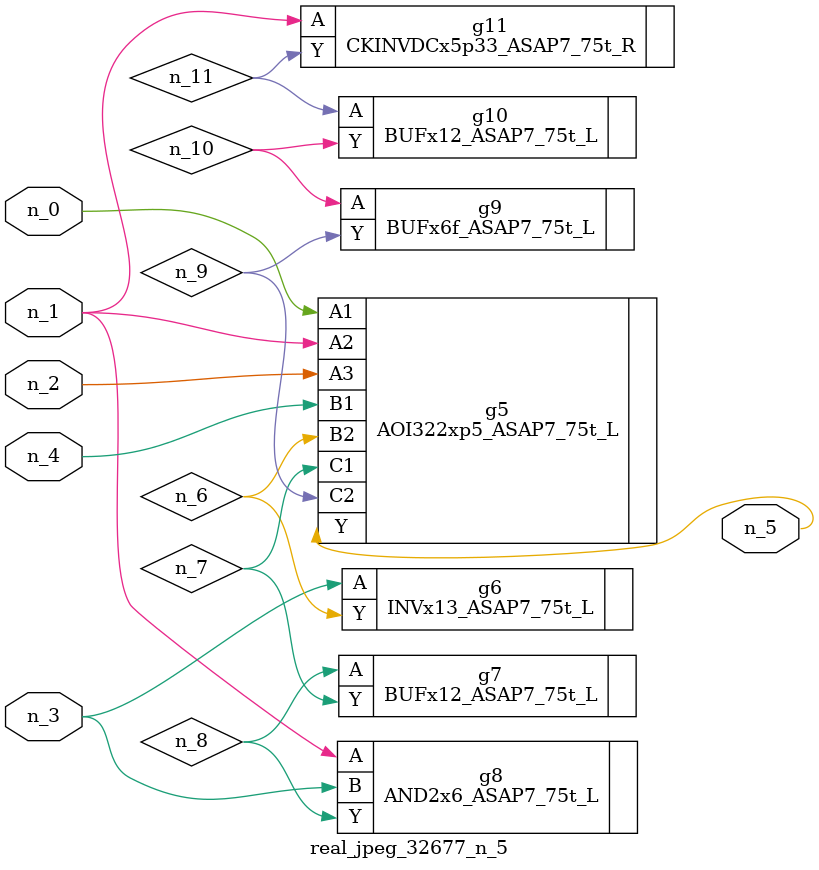
<source format=v>
module real_jpeg_32677_n_5 (n_4, n_0, n_1, n_2, n_3, n_5);

input n_4;
input n_0;
input n_1;
input n_2;
input n_3;

output n_5;

wire n_8;
wire n_11;
wire n_6;
wire n_7;
wire n_10;
wire n_9;

AOI322xp5_ASAP7_75t_L g5 ( 
.A1(n_0),
.A2(n_1),
.A3(n_2),
.B1(n_4),
.B2(n_6),
.C1(n_7),
.C2(n_9),
.Y(n_5)
);

AND2x6_ASAP7_75t_L g8 ( 
.A(n_1),
.B(n_3),
.Y(n_8)
);

CKINVDCx5p33_ASAP7_75t_R g11 ( 
.A(n_1),
.Y(n_11)
);

INVx13_ASAP7_75t_L g6 ( 
.A(n_3),
.Y(n_6)
);

BUFx12_ASAP7_75t_L g7 ( 
.A(n_8),
.Y(n_7)
);

BUFx6f_ASAP7_75t_L g9 ( 
.A(n_10),
.Y(n_9)
);

BUFx12_ASAP7_75t_L g10 ( 
.A(n_11),
.Y(n_10)
);


endmodule
</source>
